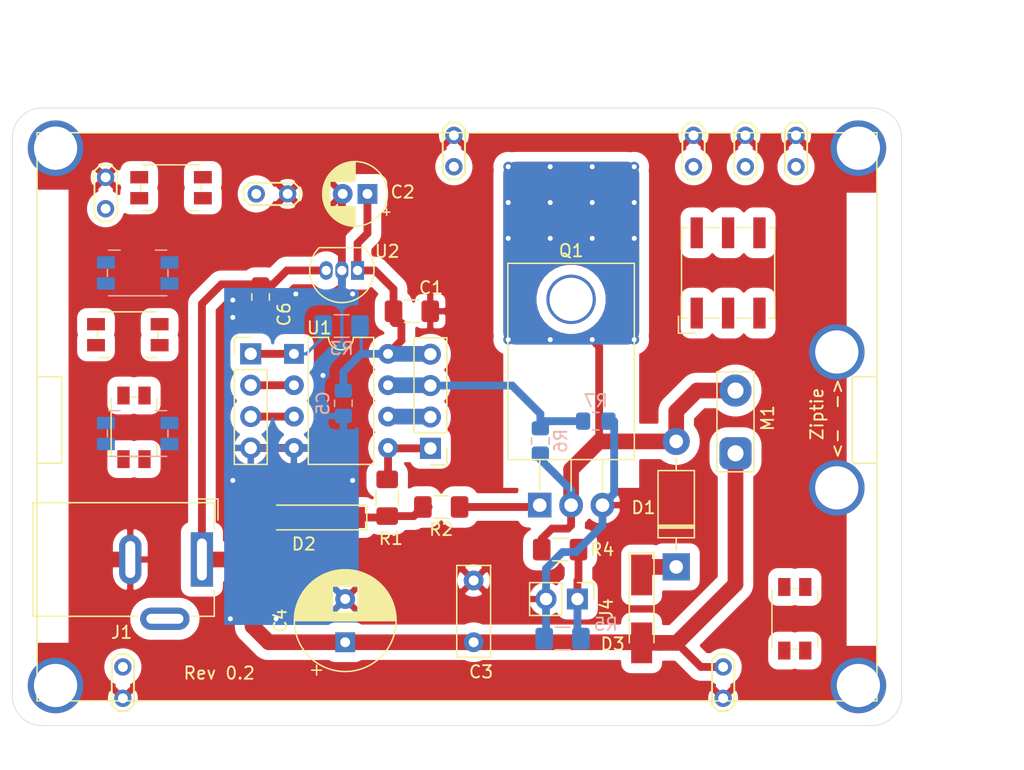
<source format=kicad_pcb>
(kicad_pcb (version 20171130) (host pcbnew 5.1.5+dfsg1-2build2)
  (layers (0 F.Cu signal) (31 B.Cu signal) (34 B.Paste user) (35 F.Paste user) (36 B.SilkS user) (37 F.SilkS user) (38 B.Mask user) (39 F.Mask user) (44 Edge.Cuts user))
  (net 0 "")
  (net 1 "Net-(C1-Pad1)")
  (net 2 +12V)
  (net 3 "Net-(D1-Pad2)")
  (net 4 "Net-(D2-Pad1)")
  (net 5 "Net-(Q1-Pad1)")
  (net 6 "Net-(J2-Pad3)")
  (net 7 "Net-(J2-Pad2)")
  (net 8 "Net-(J3-Pad3)")
  (net 9 "Net-(J3-Pad2)")
  (net 10 "Net-(J3-Pad1)")
  (net 11 "Net-(J2-Pad1)")
  (net 12 0)
  (net 13 "Net-(J4-Pad1)")
  (net 14 "Net-(D1-Pad1)")
  (module TestPoint:TestPoint_2Pads_Pitch2.54mm_Drill0.8mm (layer F.Cu) (at 167.8 125.5 270)
    (fp_text reference REF** hide)
    (fp_text value TP0)
    (pad 2 thru_hole circle (at 2.54 0 270) (size 1.4 1.4) (drill 0.8) (layers *.Cu *.Mask) (net 12 0))
    (pad 1 thru_hole circle (at 0 0 270) (size 1.4 1.4) (drill 0.8) (layers *.Cu *.Mask) (net 2 +12V))
  )
  (module Button_Switch_SMD:Panasonic_EVQPUK_EVQPUB (layer B.Cu) (at 120.4 106.6 180)
    (fp_text reference Reserved hide)
    (fp_text value Panasonic_EVQPUK_EVQPUB hide)
    (pad 1 smd rect (at 2.575 0.85) (size 1.45 1) (layers B.Cu B.Paste B.Mask))
    (pad 1 smd rect (at -2.575 0.85) (size 1.45 1) (layers B.Cu B.Paste B.Mask))
    (pad 2 smd rect (at -2.575 -0.85) (size 1.45 1) (layers B.Cu B.Paste B.Mask))
    (pad 2 smd rect (at 2.575 -0.85) (size 1.45 1) (layers B.Cu B.Paste B.Mask))
  )
  (module TestPoint:TestPoint_2Pads_Pitch2.54mm_Drill0.8mm (layer F.Cu) (at 119.2 125.5 270)
    (fp_text reference REF** hide)
    (fp_text value TP0)
    (pad 1 thru_hole circle (at 0 0 270) (size 1.4 1.4) (drill 0.8) (layers *.Cu *.Mask))
    (pad 2 thru_hole circle (at 2.54 0 270) (size 1.4 1.4) (drill 0.8) (layers *.Cu *.Mask) (net 12 0))
  )
  (module TestPoint:TestPoint_2Pads_Pitch2.54mm_Drill0.8mm (layer F.Cu) (at 165.4 85 90)
    (fp_text reference REF** hide)
    (fp_text value TP0)
    (pad 1 thru_hole circle (at 0 0 90) (size 1.4 1.4) (drill 0.8) (layers *.Cu *.Mask))
    (pad 2 thru_hole circle (at 2.54 0 90) (size 1.4 1.4) (drill 0.8) (layers *.Cu *.Mask) (net 12 0))
  )
  (module TestPoint:TestPoint_2Pads_Pitch2.54mm_Drill0.8mm (layer F.Cu) (at 169.6 85 90)
    (fp_text reference REF** hide)
    (fp_text value TP0)
    (pad 1 thru_hole circle (at 0 0 90) (size 1.4 1.4) (drill 0.8) (layers *.Cu *.Mask))
    (pad 2 thru_hole circle (at 2.54 0 90) (size 1.4 1.4) (drill 0.8) (layers *.Cu *.Mask) (net 12 0))
  )
  (module TestPoint:TestPoint_2Pads_Pitch2.54mm_Drill0.8mm (layer F.Cu) (at 173.7 85 90)
    (fp_text reference REF** hide)
    (fp_text value TP0)
    (pad 2 thru_hole circle (at 2.54 0 90) (size 1.4 1.4) (drill 0.8) (layers *.Cu *.Mask) (net 12 0))
    (pad 1 thru_hole circle (at 0 0 90) (size 1.4 1.4) (drill 0.8) (layers *.Cu *.Mask))
  )
  (module TestPoint:TestPoint_2Pads_Pitch2.54mm_Drill0.8mm (layer F.Cu) (at 146 85 90)
    (fp_text reference REF** hide)
    (fp_text value TP0)
    (pad 1 thru_hole circle (at 0 0 90) (size 1.4 1.4) (drill 0.8) (layers *.Cu *.Mask))
    (pad 2 thru_hole circle (at 2.54 0 90) (size 1.4 1.4) (drill 0.8) (layers *.Cu *.Mask) (net 12 0))
  )
  (module TestPoint:TestPoint_2Pads_Pitch2.54mm_Drill0.8mm (layer F.Cu) (at 117.8 88.4 90)
    (fp_text reference REF** hide)
    (fp_text value TP0)
    (pad 2 thru_hole circle (at 2.54 0 90) (size 1.4 1.4) (drill 0.8) (layers *.Cu *.Mask) (net 12 0))
    (pad 1 thru_hole circle (at 0 0 90) (size 1.4 1.4) (drill 0.8) (layers *.Cu *.Mask))
  )
  (module Capacitor_THT:CP_Radial_D8.0mm_P3.50mm (layer F.Cu) (at 137.2 123.5 90)
    (fp_text reference C4 (at 1.75 -5.25 90) (layer F.SilkS))
    (fp_text value 470u)
    (pad 2 thru_hole circle (at 3.5 0 90) (size 1.6 1.6) (drill 0.8) (layers *.Cu *.Mask) (net 12 0))
    (pad 1 thru_hole rect (at 0 0 90) (size 1.6 1.6) (drill 0.8) (layers *.Cu *.Mask) (net 2 +12V))
  )
  (module Resistor_SMD:R_0805_2012Metric_Pad1.15x1.40mm_HandSolder (layer B.Cu) (at 157.4875 105.6 180)
    (fp_text reference R7 (at 0 1.65) (layer B.SilkS) (effects (justify mirror)))
    (fp_text value 10k)
    (pad 2 smd roundrect (at 1.025 0 180) (size 1.15 1.4) (layers B.Cu B.Paste B.Mask) (roundrect_rratio 0.217391) (net 6 "Net-(J2-Pad3)"))
    (pad 1 smd roundrect (at -1.025 0 180) (size 1.15 1.4) (layers B.Cu B.Paste B.Mask) (roundrect_rratio 0.217391) (net 12 0))
  )
  (module Resistor_SMD:R_0805_2012Metric_Pad1.15x1.40mm_HandSolder (layer B.Cu) (at 153 107.2 90)
    (fp_text reference R6 (at 0 1.65 90) (layer B.SilkS) (effects (justify mirror)))
    (fp_text value 100k)
    (pad 2 smd roundrect (at 1.025 0 90) (size 1.15 1.4) (layers B.Cu B.Paste B.Mask) (roundrect_rratio 0.217391) (net 6 "Net-(J2-Pad3)"))
    (pad 1 smd roundrect (at -1.025 0 90) (size 1.15 1.4) (layers B.Cu B.Paste B.Mask) (roundrect_rratio 0.217391) (net 3 "Net-(D1-Pad2)"))
  )
  (module Button_Switch_SMD:Panasonic_EVQPUK_EVQPUB (layer B.Cu) (at 120.4 93.6 180)
    (fp_text reference Reserved hide)
    (fp_text value Panasonic_EVQPUK_EVQPUB hide)
    (pad 2 smd rect (at 2.575 -0.85) (size 1.45 1) (layers B.Cu B.Paste B.Mask))
    (pad 2 smd rect (at -2.575 -0.85) (size 1.45 1) (layers B.Cu B.Paste B.Mask))
    (pad 1 smd rect (at -2.575 0.85) (size 1.45 1) (layers B.Cu B.Paste B.Mask))
    (pad 1 smd rect (at 2.575 0.85) (size 1.45 1) (layers B.Cu B.Paste B.Mask))
  )
  (module Diode_SMD:D_MiniMELF_Handsoldering (layer F.Cu) (at 161.2 120.8 270)
    (fp_text reference D3 (at 2.85 2.35 180) (layer F.SilkS))
    (fp_text value "5.6V or Wire")
    (pad 2 smd rect (at 2.75 0 270) (size 3.3 1.7) (layers F.Cu F.Paste F.Mask) (net 2 +12V))
    (pad 1 smd rect (at -2.75 0 270) (size 3.3 1.7) (layers F.Cu F.Paste F.Mask) (net 14 "Net-(D1-Pad1)"))
  )
  (module Diode_SMD:D_MiniMELF_Handsoldering (layer F.Cu) (at 134.4 113.4 180)
    (fp_text reference D2 (at 0.55 -2.15) (layer F.SilkS))
    (fp_text value 5.6V)
    (pad 2 smd rect (at 2.75 0 180) (size 3.3 1.7) (layers F.Cu F.Paste F.Mask) (net 12 0))
    (pad 1 smd rect (at -2.75 0 180) (size 3.3 1.7) (layers F.Cu F.Paste F.Mask) (net 4 "Net-(D2-Pad1)"))
  )
  (module Connector_PinHeader_2.54mm:PinHeader_1x02_P2.54mm_Vertical (layer F.Cu) (at 156 120 270)
    (fp_text reference J4 (at 0.8 -2.35 90) (layer F.SilkS))
    (fp_text value Conn_01x02_Female hide)
    (pad 2 thru_hole oval (at 0 2.54 270) (size 1.7 1.7) (drill 1) (layers *.Cu *.Mask) (net 12 0))
    (pad 1 thru_hole rect (at 0 0 270) (size 1.7 1.7) (drill 1) (layers *.Cu *.Mask) (net 13 "Net-(J4-Pad1)"))
  )
  (module Resistor_SMD:R_1206_3216Metric_Pad1.42x1.75mm_HandSolder (layer B.Cu) (at 154.8 123.2)
    (fp_text reference R5 (at 3.5 -1.15) (layer B.SilkS) (effects (justify mirror)))
    (fp_text value 10k)
    (pad 2 smd roundrect (at 1.4875 0) (size 1.425 1.75) (layers B.Cu B.Paste B.Mask) (roundrect_rratio 0.175439) (net 13 "Net-(J4-Pad1)"))
    (pad 1 smd roundrect (at -1.4875 0) (size 1.425 1.75) (layers B.Cu B.Paste B.Mask) (roundrect_rratio 0.175439) (net 12 0))
  )
  (module Resistor_SMD:R_1206_3216Metric_Pad1.42x1.75mm_HandSolder (layer F.Cu) (at 154.6 116 180)
    (fp_text reference R4 (at -3.4 0) (layer F.SilkS))
    (fp_text value 10k)
    (pad 2 smd roundrect (at 1.4875 0 180) (size 1.425 1.75) (layers F.Cu F.Paste F.Mask) (roundrect_rratio 0.175439) (net 3 "Net-(D1-Pad2)"))
    (pad 1 smd roundrect (at -1.4875 0 180) (size 1.425 1.75) (layers F.Cu F.Paste F.Mask) (roundrect_rratio 0.175439) (net 13 "Net-(J4-Pad1)"))
  )
  (module Button_Switch_SMD:Panasonic_EVQPUK_EVQPUB (layer F.Cu) (at 123.1 86.7 180)
    (fp_text reference Reserved hide)
    (fp_text value Panasonic_EVQPUK_EVQPUB hide)
    (pad 1 smd rect (at 2.575 -0.85) (size 1.45 1) (layers F.Cu F.Paste F.Mask))
    (pad 1 smd rect (at -2.575 -0.85) (size 1.45 1) (layers F.Cu F.Paste F.Mask))
    (pad 2 smd rect (at -2.575 0.85) (size 1.45 1) (layers F.Cu F.Paste F.Mask))
    (pad 2 smd rect (at 2.575 0.85) (size 1.45 1) (layers F.Cu F.Paste F.Mask))
  )
  (module TestPoint:TestPoint_2Pads_Pitch2.54mm_Drill0.8mm (layer F.Cu) (at 130 87.2)
    (fp_text reference REF** hide)
    (fp_text value TP0)
    (pad 1 thru_hole circle (at 0 0) (size 1.4 1.4) (drill 0.8) (layers *.Cu *.Mask))
    (pad 2 thru_hole circle (at 2.54 0) (size 1.4 1.4) (drill 0.8) (layers *.Cu *.Mask) (net 12 0))
  )
  (module Connector_BarrelJack:BarrelJack_Wuerth_6941xx301002 (layer F.Cu) (at 125.6 116.8 270)
    (fp_text reference J1 (at 5.9 6.5 180) (layer F.SilkS))
    (fp_text value Conn_01x02_Female)
    (pad 1 thru_hole rect (at 0 0 270) (size 4.4 1.8) (drill oval 3.4 0.8) (layers *.Cu *.Mask) (net 2 +12V))
    (pad 2 thru_hole oval (at 0 5.8 270) (size 4 1.8) (drill oval 3 0.8) (layers *.Cu *.Mask) (net 12 0))
    (pad 3 thru_hole oval (at 4.8 3) (size 4 1.8) (drill oval 3 0.8) (layers *.Cu *.Mask))
  )
  (module TestPoint:TestPoint_2Pads_Pitch5.08mm_Drill1.3mm (layer F.Cu) (at 168.8 108.2 90)
    (fp_text reference M1 (at 2.85 2.6 90) (layer F.SilkS))
    (fp_text value Motor_DC)
    (pad 2 thru_hole circle (at 5.08 0 90) (size 2.6 2.6) (drill 1.3) (layers *.Cu *.Mask) (net 3 "Net-(D1-Pad2)"))
    (pad 1 thru_hole roundrect (at 0 0 90) (size 2.6 2.6) (drill 1.3) (layers *.Cu *.Mask) (net 2 +12V))
  )
  (module Button_Switch_SMD:Panasonic_EVQPUK_EVQPUB (layer F.Cu) (at 119.6 98.6 180)
    (fp_text reference Reserved hide)
    (fp_text value Panasonic_EVQPUK_EVQPUB hide)
    (pad 2 smd rect (at 2.575 0.85) (size 1.45 1) (layers F.Cu F.Paste F.Mask))
    (pad 2 smd rect (at -2.575 0.85) (size 1.45 1) (layers F.Cu F.Paste F.Mask))
    (pad 1 smd rect (at -2.575 -0.85) (size 1.45 1) (layers F.Cu F.Paste F.Mask))
    (pad 1 smd rect (at 2.575 -0.85) (size 1.45 1) (layers F.Cu F.Paste F.Mask))
  )
  (module Button_Switch_SMD:Panasonic_EVQPUK_EVQPUB (layer F.Cu) (at 120.1 106.1 270)
    (fp_text reference Reserved hide)
    (fp_text value Panasonic_EVQPUK_EVQPUB hide)
    (pad 2 smd rect (at 2.575 0.85 90) (size 1.45 1) (layers F.Cu F.Paste F.Mask))
    (pad 2 smd rect (at -2.575 0.85 90) (size 1.45 1) (layers F.Cu F.Paste F.Mask))
    (pad 1 smd rect (at -2.575 -0.85 90) (size 1.45 1) (layers F.Cu F.Paste F.Mask))
    (pad 1 smd rect (at 2.575 -0.85 90) (size 1.45 1) (layers F.Cu F.Paste F.Mask))
  )
  (module Resistor_SMD:R_1206_3216Metric_Pad1.42x1.75mm_HandSolder (layer B.Cu) (at 136.9125 97.9)
    (fp_text reference R3 (at 0 1.82) (layer B.SilkS) (effects (justify mirror)))
    (fp_text value 22k)
    (pad 2 smd roundrect (at 1.4875 0) (size 1.425 1.75) (layers B.Cu B.Paste B.Mask) (roundrect_rratio 0.175439) (net 1 "Net-(C1-Pad1)"))
    (pad 1 smd roundrect (at -1.4875 0) (size 1.425 1.75) (layers B.Cu B.Paste B.Mask) (roundrect_rratio 0.175439) (net 10 "Net-(J3-Pad1)"))
  )
  (module Button_Switch_SMD:Panasonic_EVQPUK_EVQPUB (layer F.Cu) (at 173.6 121.6 270)
    (fp_text reference Reserved hide)
    (fp_text value Panasonic_EVQPUK_EVQPUB hide)
    (pad 1 smd rect (at 2.575 -0.85 90) (size 1.45 1) (layers F.Cu F.Paste F.Mask))
    (pad 1 smd rect (at -2.575 -0.85 90) (size 1.45 1) (layers F.Cu F.Paste F.Mask))
    (pad 2 smd rect (at -2.575 0.85 90) (size 1.45 1) (layers F.Cu F.Paste F.Mask))
    (pad 2 smd rect (at 2.575 0.85 90) (size 1.45 1) (layers F.Cu F.Paste F.Mask))
  )
  (module Button_Switch_SMD:Nidec_Copal_SH-7010A (layer F.Cu) (at 168.2 93.6 90)
    (fp_text reference Reserved hide)
    (fp_text value Nidec_Copal_SH-7010A hide)
    (pad 1 smd rect (at -3.25 -2.54 90) (size 2.5 1) (layers F.Cu F.Paste F.Mask))
    (pad 8 smd rect (at 3.25 -2.54 90) (size 2.5 1) (layers F.Cu F.Paste F.Mask))
    (pad C smd rect (at -3.25 0 90) (size 2.5 1) (layers F.Cu F.Paste F.Mask))
    (pad C smd rect (at 3.25 0 90) (size 2.5 1) (layers F.Cu F.Paste F.Mask))
    (pad 4 smd rect (at -3.25 2.54 90) (size 2.5 1) (layers F.Cu F.Paste F.Mask))
    (pad 2 smd rect (at 3.25 2.54 90) (size 2.5 1) (layers F.Cu F.Paste F.Mask))
  )
  (module Resistor_SMD:R_1206_3216Metric_Pad1.42x1.75mm_HandSolder (layer F.Cu) (at 144.975 112.55 180)
    (fp_text reference R2 (at 0 -1.82) (layer F.SilkS))
    (fp_text value 33R)
    (pad 2 smd roundrect (at 1.4875 0 180) (size 1.425 1.75) (layers F.Cu F.Paste F.Mask) (roundrect_rratio 0.175439) (net 4 "Net-(D2-Pad1)"))
    (pad 1 smd roundrect (at -1.4875 0 180) (size 1.425 1.75) (layers F.Cu F.Paste F.Mask) (roundrect_rratio 0.175439) (net 5 "Net-(Q1-Pad1)"))
  )
  (module Resistor_SMD:R_1206_3216Metric_Pad1.42x1.75mm_HandSolder (layer F.Cu) (at 140.6 111.8 90)
    (fp_text reference R1 (at -3.3 0.3 180) (layer F.SilkS))
    (fp_text value 10R)
    (pad 2 smd roundrect (at 1.4875 0 90) (size 1.425 1.75) (layers F.Cu F.Paste F.Mask) (roundrect_rratio 0.175439) (net 11 "Net-(J2-Pad1)"))
    (pad 1 smd roundrect (at -1.4875 0 90) (size 1.425 1.75) (layers F.Cu F.Paste F.Mask) (roundrect_rratio 0.175439) (net 4 "Net-(D2-Pad1)"))
  )
  (module Capacitor_SMD:C_1206_3216Metric_Pad1.42x1.75mm_HandSolder (layer F.Cu) (at 142.6 96.7)
    (fp_text reference C1 (at 1.55 -1.9) (layer F.SilkS))
    (fp_text value 100n)
    (pad 2 smd roundrect (at 1.4875 0) (size 1.425 1.75) (layers F.Cu F.Paste F.Mask) (roundrect_rratio 0.175439) (net 12 0))
    (pad 1 smd roundrect (at -1.4875 0) (size 1.425 1.75) (layers F.Cu F.Paste F.Mask) (roundrect_rratio 0.175439) (net 1 "Net-(C1-Pad1)"))
  )
  (module Capacitor_SMD:C_0805_2012Metric_Pad1.15x1.40mm_HandSolder (layer F.Cu) (at 130.35 95.55 270)
    (fp_text reference C6 (at 1.4 -1.9 90) (layer F.SilkS))
    (fp_text value 10n)
    (pad 2 smd roundrect (at 1.025 0 270) (size 1.15 1.4) (layers F.Cu F.Paste F.Mask) (roundrect_rratio 0.217391) (net 12 0))
    (pad 1 smd roundrect (at -1.025 0 270) (size 1.15 1.4) (layers F.Cu F.Paste F.Mask) (roundrect_rratio 0.217391) (net 2 +12V))
  )
  (module Capacitor_THT:CP_Radial_D5.0mm_P2.00mm (layer F.Cu) (at 139 87.2 180)
    (fp_text reference C2 (at -2.85 0.15) (layer F.SilkS))
    (fp_text value 10u)
    (pad 2 thru_hole circle (at 2 0 180) (size 1.6 1.6) (drill 0.8) (layers *.Cu *.Mask) (net 12 0))
    (pad 1 thru_hole rect (at 0 0 180) (size 1.6 1.6) (drill 0.8) (layers *.Cu *.Mask) (net 1 "Net-(C1-Pad1)"))
  )
  (module Capacitor_SMD:C_0805_2012Metric_Pad1.15x1.40mm_HandSolder (layer B.Cu) (at 137.05 104.15 270)
    (fp_text reference C5 (at 0 1.65 90) (layer B.SilkS) (effects (justify mirror)))
    (fp_text value 10n)
    (pad 2 smd roundrect (at 1.025 0 270) (size 1.15 1.4) (layers B.Cu B.Paste B.Mask) (roundrect_rratio 0.217391) (net 12 0))
    (pad 1 smd roundrect (at -1.025 0 270) (size 1.15 1.4) (layers B.Cu B.Paste B.Mask) (roundrect_rratio 0.217391) (net 1 "Net-(C1-Pad1)"))
  )
  (module Connector_PinHeader_2.54mm:PinHeader_1x04_P2.54mm_Vertical (layer F.Cu) (at 144.1 107.8 180)
    (fp_text reference J2 hide)
    (fp_text value AttinyPins2 hide)
    (pad 4 thru_hole oval (at 0 7.62 180) (size 1.7 1.7) (drill 1) (layers *.Cu *.Mask) (net 1 "Net-(C1-Pad1)"))
    (pad 3 thru_hole oval (at 0 5.08 180) (size 1.7 1.7) (drill 1) (layers *.Cu *.Mask) (net 6 "Net-(J2-Pad3)"))
    (pad 2 thru_hole oval (at 0 2.54 180) (size 1.7 1.7) (drill 1) (layers *.Cu *.Mask) (net 7 "Net-(J2-Pad2)"))
    (pad 1 thru_hole rect (at 0 0 180) (size 1.7 1.7) (drill 1) (layers *.Cu *.Mask) (net 11 "Net-(J2-Pad1)"))
  )
  (module Connector_PinHeader_2.54mm:PinHeader_1x04_P2.54mm_Vertical (layer F.Cu) (at 129.55 100.15)
    (fp_text reference J3 hide)
    (fp_text value AttinyPins1 hide)
    (pad 4 thru_hole oval (at 0 7.62) (size 1.7 1.7) (drill 1) (layers *.Cu *.Mask) (net 12 0))
    (pad 3 thru_hole oval (at 0 5.08) (size 1.7 1.7) (drill 1) (layers *.Cu *.Mask) (net 8 "Net-(J3-Pad3)"))
    (pad 2 thru_hole oval (at 0 2.54) (size 1.7 1.7) (drill 1) (layers *.Cu *.Mask) (net 9 "Net-(J3-Pad2)"))
    (pad 1 thru_hole rect (at 0 0) (size 1.7 1.7) (drill 1) (layers *.Cu *.Mask) (net 10 "Net-(J3-Pad1)"))
  )
  (module Package_TO_SOT_THT:TO-220-3_Horizontal_TabDown (layer F.Cu) (at 152.95 112.4)
    (fp_text reference Q1 (at 2.55 -20.6) (layer F.SilkS))
    (fp_text value "IRLZ34N or RFP14N05")
    (pad "" thru_hole circle (at 2.54 -16.66) (size 4 4) (drill 3.5) (layers *.Cu *.Mask))
    (pad 1 thru_hole rect (at 0 0) (size 1.905 2) (drill 1.1) (layers *.Cu *.Mask) (net 5 "Net-(Q1-Pad1)"))
    (pad 2 thru_hole oval (at 2.54 0) (size 1.905 2) (drill 1.1) (layers *.Cu *.Mask) (net 3 "Net-(D1-Pad2)"))
    (pad 3 thru_hole oval (at 5.08 0) (size 1.905 2) (drill 1.1) (layers *.Cu *.Mask) (net 12 0))
  )
  (module Package_TO_SOT_THT:TO-92_Inline (layer F.Cu) (at 138.2 93.4 180)
    (fp_text reference U2 (at -2.4 1.55) (layer F.SilkS))
    (fp_text value LP2950-5.0)
    (pad 1 thru_hole rect (at 0 0 180) (size 1.05 1.5) (drill 0.75) (layers *.Cu *.Mask) (net 1 "Net-(C1-Pad1)"))
    (pad 3 thru_hole oval (at 2.54 0 180) (size 1.05 1.5) (drill 0.75) (layers *.Cu *.Mask) (net 2 +12V))
    (pad 2 thru_hole oval (at 1.27 0 180) (size 1.05 1.5) (drill 0.75) (layers *.Cu *.Mask) (net 12 0))
  )
  (module Package_DIP:DIP-8_W7.62mm (layer F.Cu) (at 133.05 100.15)
    (fp_text reference U1 (at 2.05 -2.1) (layer F.SilkS))
    (fp_text value ATtiny25-20PU)
    (pad 8 thru_hole oval (at 7.62 0) (size 1.6 1.6) (drill 0.8) (layers *.Cu *.Mask) (net 1 "Net-(C1-Pad1)"))
    (pad 4 thru_hole oval (at 0 7.62) (size 1.6 1.6) (drill 0.8) (layers *.Cu *.Mask) (net 12 0))
    (pad 7 thru_hole oval (at 7.62 2.54) (size 1.6 1.6) (drill 0.8) (layers *.Cu *.Mask) (net 6 "Net-(J2-Pad3)"))
    (pad 3 thru_hole oval (at 0 5.08) (size 1.6 1.6) (drill 0.8) (layers *.Cu *.Mask) (net 8 "Net-(J3-Pad3)"))
    (pad 6 thru_hole oval (at 7.62 5.08) (size 1.6 1.6) (drill 0.8) (layers *.Cu *.Mask) (net 7 "Net-(J2-Pad2)"))
    (pad 2 thru_hole oval (at 0 2.54) (size 1.6 1.6) (drill 0.8) (layers *.Cu *.Mask) (net 9 "Net-(J3-Pad2)"))
    (pad 5 thru_hole oval (at 7.62 7.62) (size 1.6 1.6) (drill 0.8) (layers *.Cu *.Mask) (net 11 "Net-(J2-Pad1)"))
    (pad 1 thru_hole rect (at 0 0) (size 1.6 1.6) (drill 0.8) (layers *.Cu *.Mask) (net 10 "Net-(J3-Pad1)"))
  )
  (module Diode_THT:D_DO-41_SOD81_P10.16mm_Horizontal (layer F.Cu) (at 164 117.4 90)
    (fp_text reference D1 (at 4.8 -2.65 180) (layer F.SilkS))
    (fp_text value 1N4004)
    (pad 2 thru_hole oval (at 10.16 0 90) (size 2.2 2.2) (drill 1.1) (layers *.Cu *.Mask) (net 3 "Net-(D1-Pad2)"))
    (pad 1 thru_hole rect (at 0 0 90) (size 2.2 2.2) (drill 1.1) (layers *.Cu *.Mask) (net 14 "Net-(D1-Pad1)"))
  )
  (module Capacitor_THT:C_Rect_L7.2mm_W2.5mm_P5.00mm_FKS2_FKP2_MKS2_MKP2 (layer F.Cu) (at 147.6 123.5 90)
    (fp_text reference C3 (at -2.4 0.6 180) (layer F.SilkS))
    (fp_text value "100n Foil")
    (pad 2 thru_hole circle (at 5 0 90) (size 1.6 1.6) (drill 0.8) (layers *.Cu *.Mask) (net 12 0))
    (pad 1 thru_hole circle (at 0 0 90) (size 1.6 1.6) (drill 0.8) (layers *.Cu *.Mask) (net 2 +12V))
  )
  (gr_arc (start 112.663 127.837) (end 110.25 127.837) (angle -90) (layer Edge.Cuts) (width 0.05))
  (gr_arc (start 112.663 82.663) (end 112.663 80.25) (angle -90) (layer Edge.Cuts) (width 0.05))
  (gr_arc (start 179.837 127.837) (end 179.837 130.25) (angle -90) (layer Edge.Cuts) (width 0.05))
  (gr_arc (start 179.837 82.663) (end 182.25 82.663) (angle -90) (layer Edge.Cuts) (width 0.05))
  (gr_line (start 182.25 82.663) (end 182.25 127.837) (layer Edge.Cuts) (width 0.05))
  (gr_text " Ziptie\n<-  ->" (at 176.2 105.4 90) (layer F.SilkS) (effects (font (size 1 1))))
  (gr_text "Rev 0.2" (at 127 126) (layer F.SilkS) (effects (font (size 1 1))))
  (gr_line (start 178.25 102) (end 180.25 102) (layer F.SilkS) (width 0.12))
  (gr_line (start 180.25 109) (end 178.25 109) (layer F.SilkS) (width 0.12))
  (gr_line (start 178.25 109) (end 178.25 102) (layer F.SilkS) (width 0.12))
  (gr_line (start 114.25 109) (end 112.25 109) (layer F.SilkS) (width 0.12))
  (gr_line (start 114.25 102) (end 114.25 109) (layer F.SilkS) (width 0.12))
  (gr_line (start 112.25 102) (end 114.25 102) (layer F.SilkS) (width 0.12))
  (gr_line (start 112.25 128.25) (end 112.25 82.25) (layer F.SilkS) (width 0.12))
  (gr_line (start 180.25 128.25) (end 112.25 128.25) (layer F.SilkS) (width 0.12))
  (gr_line (start 180.25 82.25) (end 180.25 128.25) (layer F.SilkS) (width 0.12))
  (gr_line (start 112.25 82.25) (end 180.25 82.25) (layer F.SilkS) (width 0.12))
  (gr_line (start 110.25 127.837) (end 110.25 82.663) (layer Edge.Cuts) (width 0.05))
  (gr_line (start 179.837 130.25) (end 112.663 130.25) (layer Edge.Cuts) (width 0.05))
  (gr_line (start 112.663 80.25) (end 179.84 80.25) (layer Edge.Cuts) (width 0.05))
  (segment (start 140.67 100.15) (end 140.025 100.15) (width 0.635) (layer B.Cu) (net 1))
  (segment (start 140.67 100.15) (end 138.5 100.15) (width 0.635) (layer B.Cu) (net 1))
  (segment (start 137.05 101.6) (end 137.05 103.125) (width 0.635) (layer B.Cu) (net 1))
  (segment (start 138.5 100.15) (end 137.05 101.6) (width 0.635) (layer B.Cu) (net 1))
  (segment (start 144.07 100.15) (end 144.1 100.18) (width 1.27) (layer B.Cu) (net 1))
  (segment (start 140.67 100.15) (end 144.07 100.15) (width 1.27) (layer B.Cu) (net 1))
  (segment (start 141.1125 97.575) (end 141.1125 96.7) (width 0.635) (layer F.Cu) (net 1))
  (segment (start 141.1875 97.65) (end 141.1125 97.575) (width 0.635) (layer F.Cu) (net 1))
  (segment (start 141.75 97.65) (end 141.1875 97.65) (width 0.635) (layer F.Cu) (net 1))
  (segment (start 141.75 99.07) (end 141.75 97.65) (width 0.635) (layer F.Cu) (net 1))
  (segment (start 140.67 100.15) (end 141.75 99.07) (width 0.635) (layer F.Cu) (net 1))
  (segment (start 138.4 98.775) (end 138.5 98.875) (width 0.25) (layer B.Cu) (net 1))
  (segment (start 138.5 98.875) (end 138.5 100.15) (width 0.25) (layer B.Cu) (net 1))
  (segment (start 138.4 97.9) (end 138.4 98.775) (width 0.25) (layer B.Cu) (net 1))
  (segment (start 141.1125 96.7) (end 141.1125 94.9125) (width 0.635) (layer F.Cu) (net 1))
  (segment (start 139.6 93.4) (end 138.2 93.4) (width 0.635) (layer F.Cu) (net 1))
  (segment (start 141.1125 94.9125) (end 139.6 93.4) (width 0.635) (layer F.Cu) (net 1))
  (segment (start 138.2 93.4) (end 138.2 91.2) (width 0.635) (layer F.Cu) (net 1))
  (segment (start 139 90.4) (end 139 87.2) (width 0.635) (layer F.Cu) (net 1))
  (segment (start 138.2 91.2) (end 139 90.4) (width 0.635) (layer F.Cu) (net 1))
  (segment (start 127.77 116.8) (end 125.6 116.8) (width 1.27) (layer F.Cu) (net 2))
  (segment (start 129.7 118.73) (end 127.77 116.8) (width 1.27) (layer F.Cu) (net 2))
  (segment (start 131 123.5) (end 129.7 122.2) (width 1.27) (layer F.Cu) (net 2))
  (segment (start 129.7 122.2) (end 129.7 118.73) (width 1.27) (layer F.Cu) (net 2))
  (segment (start 137.2 123.5) (end 131 123.5) (width 1.27) (layer F.Cu) (net 2))
  (segment (start 125.6 97) (end 125.6 116.8) (width 0.635) (layer F.Cu) (net 2))
  (segment (start 131.35 94.525) (end 127.175 94.525) (width 0.635) (layer F.Cu) (net 2))
  (segment (start 125.6 96.1) (end 125.6 97) (width 0.635) (layer F.Cu) (net 2))
  (segment (start 127.175 94.525) (end 125.6 96.1) (width 0.635) (layer F.Cu) (net 2))
  (segment (start 132.475 93.4) (end 131.35 94.525) (width 0.635) (layer F.Cu) (net 2))
  (segment (start 135.66 93.4) (end 132.475 93.4) (width 0.635) (layer F.Cu) (net 2))
  (segment (start 137.2 123.5) (end 147.6 123.5) (width 1.27) (layer F.Cu) (net 2))
  (segment (start 161.15 123.5) (end 161.2 123.55) (width 1.27) (layer F.Cu) (net 2))
  (segment (start 147.6 123.5) (end 161.15 123.5) (width 1.27) (layer F.Cu) (net 2))
  (segment (start 162.72 123.55) (end 161.2 123.55) (width 1.27) (layer F.Cu) (net 2))
  (segment (start 164.05 123.55) (end 162.72 123.55) (width 1.27) (layer F.Cu) (net 2))
  (segment (start 168.8 118.8) (end 164.05 123.55) (width 1.27) (layer F.Cu) (net 2))
  (segment (start 168.8 108.2) (end 168.8 118.8) (width 1.27) (layer F.Cu) (net 2))
  (segment (start 166 125.5) (end 164.05 123.55) (width 0.635) (layer F.Cu) (net 2))
  (segment (start 167.8 125.5) (end 166 125.5) (width 0.635) (layer F.Cu) (net 2))
  (segment (start 155.49 111.1775) (end 155.49 112.4) (width 0.635) (layer B.Cu) (net 3))
  (segment (start 153 108.6875) (end 155.49 111.1775) (width 0.635) (layer B.Cu) (net 3))
  (via (at 150.4 99) (size 0.8) (drill 0.4) (layers F.Cu B.Cu) (net 3))
  (via (at 160.6 99) (size 0.8) (drill 0.4) (layers F.Cu B.Cu) (net 3))
  (via (at 153.8 99) (size 0.8) (drill 0.4) (layers F.Cu B.Cu) (net 3))
  (via (at 157.2 99) (size 0.8) (drill 0.4) (layers F.Cu B.Cu) (net 3))
  (via (at 160.6 90.8) (size 0.8) (drill 0.4) (layers F.Cu B.Cu) (net 3))
  (via (at 153.8 90.8) (size 0.8) (drill 0.4) (layers F.Cu B.Cu) (net 3))
  (via (at 157.2 90.8) (size 0.8) (drill 0.4) (layers F.Cu B.Cu) (net 3))
  (via (at 150.4 90.8) (size 0.8) (drill 0.4) (layers F.Cu B.Cu) (net 3))
  (via (at 153.8 87.9) (size 0.8) (drill 0.4) (layers F.Cu B.Cu) (net 3))
  (via (at 153.8 85) (size 0.8) (drill 0.4) (layers F.Cu B.Cu) (net 3))
  (via (at 157.2 87.9) (size 0.8) (drill 0.4) (layers F.Cu B.Cu) (net 3))
  (via (at 157.2 85) (size 0.8) (drill 0.4) (layers F.Cu B.Cu) (net 3))
  (via (at 160.6 85) (size 0.8) (drill 0.4) (layers F.Cu B.Cu) (net 3))
  (via (at 150.4 87.9) (size 0.8) (drill 0.4) (layers F.Cu B.Cu) (net 3))
  (via (at 160.6 87.9) (size 0.8) (drill 0.4) (layers F.Cu B.Cu) (net 3))
  (via (at 150.4 85) (size 0.8) (drill 0.4) (layers F.Cu B.Cu) (net 3))
  (segment (start 164 107.24) (end 164 106.72) (width 1.27) (layer F.Cu) (net 3))
  (segment (start 157.76 107.24) (end 164 107.24) (width 1.27) (layer F.Cu) (net 3))
  (segment (start 155.49 109.51) (end 157.76 107.24) (width 1.27) (layer F.Cu) (net 3))
  (segment (start 155.49 112.4) (end 155.49 109.51) (width 1.27) (layer F.Cu) (net 3))
  (segment (start 168.6 103.12) (end 168.12 103.12) (width 1.27) (layer F.Cu) (net 3))
  (segment (start 164 107.24) (end 164 104.8) (width 1.27) (layer F.Cu) (net 3))
  (segment (start 165.68 103.12) (end 168.8 103.12) (width 1.27) (layer F.Cu) (net 3))
  (segment (start 164 104.8) (end 165.68 103.12) (width 1.27) (layer F.Cu) (net 3))
  (segment (start 155.49 114.035) (end 155.225 114.3) (width 0.635) (layer F.Cu) (net 3))
  (segment (start 155.49 112.4) (end 155.49 114.035) (width 0.635) (layer F.Cu) (net 3))
  (segment (start 153.1125 115.125) (end 153.1125 116) (width 0.635) (layer F.Cu) (net 3))
  (segment (start 153.9375 114.3) (end 153.1125 115.125) (width 0.635) (layer F.Cu) (net 3))
  (segment (start 155.225 114.3) (end 153.9375 114.3) (width 0.635) (layer F.Cu) (net 3))
  (segment (start 157.76 99.56) (end 157.2 99) (width 0.635) (layer F.Cu) (net 3))
  (segment (start 157.76 107.24) (end 157.76 99.56) (width 0.635) (layer F.Cu) (net 3))
  (segment (start 143.925 112.575) (end 143.95 112.55) (width 0.635) (layer F.Cu) (net 4))
  (segment (start 142.75 113.2875) (end 143.4875 112.55) (width 0.635) (layer F.Cu) (net 4))
  (segment (start 140.6 113.2875) (end 142.75 113.2875) (width 0.635) (layer F.Cu) (net 4))
  (segment (start 140.4875 113.4) (end 140.6 113.2875) (width 0.635) (layer F.Cu) (net 4))
  (segment (start 137.15 113.4) (end 140.4875 113.4) (width 0.635) (layer F.Cu) (net 4))
  (segment (start 152.8 112.55) (end 152.95 112.4) (width 0.635) (layer F.Cu) (net 5))
  (segment (start 146.4625 112.55) (end 152.8 112.55) (width 0.635) (layer F.Cu) (net 5))
  (segment (start 144.07 102.69) (end 144.1 102.72) (width 1.27) (layer B.Cu) (net 6))
  (segment (start 140.67 102.69) (end 144.07 102.69) (width 1.27) (layer B.Cu) (net 6))
  (segment (start 153.1125 105.6) (end 153 105.7125) (width 0.635) (layer B.Cu) (net 6))
  (segment (start 156 105.6) (end 153.1125 105.6) (width 0.635) (layer B.Cu) (net 6))
  (segment (start 153 105) (end 153 105.7125) (width 0.635) (layer B.Cu) (net 6))
  (segment (start 150.72 102.72) (end 153 105) (width 0.635) (layer B.Cu) (net 6))
  (segment (start 144.1 102.72) (end 150.72 102.72) (width 0.635) (layer B.Cu) (net 6))
  (segment (start 144.07 105.23) (end 144.1 105.26) (width 1.27) (layer B.Cu) (net 7))
  (segment (start 140.67 105.23) (end 144.07 105.23) (width 1.27) (layer B.Cu) (net 7))
  (segment (start 129.55 105.23) (end 133.05 105.23) (width 0.635) (layer F.Cu) (net 8))
  (segment (start 129.55 102.69) (end 133.05 102.69) (width 0.635) (layer F.Cu) (net 9))
  (segment (start 129.55 100.15) (end 133.05 100.15) (width 0.635) (layer F.Cu) (net 10))
  (segment (start 134.05 100.15) (end 133.05 100.15) (width 0.25) (layer B.Cu) (net 10))
  (segment (start 135.425 98.775) (end 134.05 100.15) (width 0.25) (layer B.Cu) (net 10))
  (segment (start 135.425 97.9) (end 135.425 98.775) (width 0.25) (layer B.Cu) (net 10))
  (segment (start 140.67 110.455) (end 140.6 110.525) (width 0.635) (layer F.Cu) (net 11))
  (segment (start 140.6 107.84) (end 140.67 107.77) (width 0.635) (layer F.Cu) (net 11))
  (segment (start 144.07 107.77) (end 144.1 107.8) (width 1.27) (layer B.Cu) (net 11))
  (segment (start 140.7 107.8) (end 140.67 107.77) (width 0.635) (layer F.Cu) (net 11))
  (segment (start 144.1 107.8) (end 140.7 107.8) (width 0.635) (layer F.Cu) (net 11))
  (segment (start 140.67 110.2425) (end 140.6 110.3125) (width 0.635) (layer F.Cu) (net 11))
  (segment (start 140.67 107.77) (end 140.67 110.2425) (width 0.635) (layer F.Cu) (net 11))
  (via (at 177 111) (size 4.5) (drill 3.5) (layers F.Cu B.Cu) (net 12))
  (via (at 177 100) (size 4.5) (drill 3.5) (layers F.Cu B.Cu) (net 12))
  (via (at 128.1 110.4) (size 0.8) (drill 0.4) (layers F.Cu B.Cu) (net 12))
  (via (at 131.6 121.6) (size 0.8) (drill 0.4) (layers F.Cu B.Cu) (net 12))
  (via (at 127.9 121.6) (size 0.8) (drill 0.4) (layers F.Cu B.Cu) (net 12))
  (via (at 135.4 101.9) (size 0.8) (drill 0.4) (layers F.Cu B.Cu) (net 12))
  (via (at 128.1 97.2) (size 0.8) (drill 0.4) (layers F.Cu B.Cu) (net 12))
  (via (at 137.8 95.3) (size 0.8) (drill 0.4) (layers F.Cu B.Cu) (net 12))
  (via (at 133.2 95.3) (size 0.8) (drill 0.4) (layers F.Cu B.Cu) (net 12))
  (via (at 128.1 95.8) (size 0.8) (drill 0.4) (layers F.Cu B.Cu) (net 12))
  (via (at 178.75 83.5) (size 4.5) (drill 3.5) (layers F.Cu B.Cu) (net 12))
  (via (at 113.75 83.5) (size 4.5) (drill 3.5) (layers F.Cu B.Cu) (net 12))
  (via (at 113.75 127) (size 4.5) (drill 3.5) (layers F.Cu B.Cu) (net 12))
  (via (at 178.75 127) (size 4.5) (drill 3.5) (layers F.Cu B.Cu) (net 12))
  (segment (start 137.05 106.85) (end 137.05 105.175) (width 0.635) (layer B.Cu) (net 12))
  (segment (start 136.13 107.77) (end 137.05 106.85) (width 0.635) (layer B.Cu) (net 12))
  (segment (start 133.05 107.77) (end 136.13 107.77) (width 0.635) (layer B.Cu) (net 12))
  (via (at 137.8 110.4) (size 0.8) (drill 0.4) (layers F.Cu B.Cu) (net 12))
  (segment (start 136.93 95.985) (end 136.93 99.17) (width 0.25) (layer B.Cu) (net 12))
  (segment (start 119.8 116.8) (end 117.63 116.8) (width 1.27) (layer F.Cu) (net 12))
  (segment (start 153.3125 120.1475) (end 153.46 120) (width 1.27) (layer F.Cu) (net 12))
  (segment (start 153.46 120) (end 153.46 123.0525) (width 0.635) (layer B.Cu) (net 12))
  (segment (start 133.05 107.77) (end 129.55 107.77) (width 0.635) (layer F.Cu) (net 12))
  (segment (start 158.975 111.455) (end 158.03 112.4) (width 0.635) (layer B.Cu) (net 12))
  (segment (start 158.975 105.6) (end 158.975 111.455) (width 0.635) (layer B.Cu) (net 12))
  (segment (start 158.03 114.035) (end 158.03 112.4) (width 0.635) (layer B.Cu) (net 12))
  (segment (start 155.865 116.2) (end 158.03 114.035) (width 0.635) (layer B.Cu) (net 12))
  (segment (start 137 93.33) (end 136.93 93.4) (width 0.635) (layer F.Cu) (net 12))
  (segment (start 136.93 93.4) (end 136.93 95.985) (width 0.635) (layer B.Cu) (net 12))
  (segment (start 136.93 93.4) (end 136.93 94.37) (width 0.635) (layer F.Cu) (net 12))
  (segment (start 136.93 87.27) (end 137 87.2) (width 0.635) (layer F.Cu) (net 12))
  (segment (start 136.93 93.4) (end 136.93 87.27) (width 0.635) (layer F.Cu) (net 12))
  (segment (start 136.93 94.37) (end 136.93 94.57) (width 0.635) (layer F.Cu) (net 12))
  (segment (start 155.865 116.2) (end 154.8 116.2) (width 0.635) (layer B.Cu) (net 12))
  (segment (start 153.46 117.54) (end 154.8 116.2) (width 0.635) (layer B.Cu) (net 12))
  (segment (start 153.46 120) (end 153.46 117.54) (width 0.635) (layer B.Cu) (net 12))
  (segment (start 156 120) (end 156 122.9125) (width 0.635) (layer B.Cu) (net 13))
  (segment (start 156.0875 116) (end 156.0875 118.5125) (width 0.635) (layer F.Cu) (net 13))
  (segment (start 156 118.515) (end 156 120) (width 0.635) (layer F.Cu) (net 13))
  (segment (start 156.0025 118.5125) (end 156 118.515) (width 0.635) (layer F.Cu) (net 13))
  (segment (start 156.0875 118.5125) (end 156.0025 118.5125) (width 0.635) (layer F.Cu) (net 13))
  (segment (start 163.75 117.65) (end 164 117.4) (width 1.27) (layer F.Cu) (net 14))
  (segment (start 161.85 117.4) (end 161.2 118.05) (width 1.27) (layer F.Cu) (net 14))
  (segment (start 164 117.4) (end 161.85 117.4) (width 1.27) (layer F.Cu) (net 14))
  (zone (net 0) (net_name "") (layer B.Cu) (connect_pads (clearance 1)) (min_thickness 0.254)
    (keepout (tracks allowed) (vias allowed) (copperpour not_allowed))
    (fill (arc_segments 32) (thermal_gap 0.508) (thermal_bridge_width 0.508))
    (polygon (pts (xy 154.4 116.3) (xy 138.6 116.3) (xy 138.6 109.3) (xy 154.4 109.3)))
  )
  (zone (net 12) (net_name 0) (layer F.Cu) (connect_pads (clearance 0.8)) (min_thickness 0.254) (fill yes (arc_segments 32) (thermal_gap 0.508) (thermal_bridge_width 0.508) (smoothing fillet) (radius 1))
    (polygon (pts (xy 180.25 128.25) (xy 112.25 128.25) (xy 112.25 82.25) (xy 180.25 82.25)))
  )
  (zone (net 12) (net_name 0) (layer B.Cu) (connect_pads (clearance 0.8)) (min_thickness 0.254) (fill yes (arc_segments 32) (thermal_gap 0.508) (thermal_bridge_width 0.508))
    (polygon (pts (xy 138.3 122.1) (xy 127.4 122.1) (xy 127.4 94.8) (xy 138.3 94.85)))
  )
  (zone (net 3) (net_name "Net-(D1-Pad2)") (layer F.Cu) (priority 3) (connect_pads (clearance 0.8)) (min_thickness 0.254) (fill yes (arc_segments 32) (thermal_gap 0.508) (thermal_bridge_width 0.508) (smoothing fillet) (radius 1))
    (polygon (pts (xy 161 99.4) (xy 150 99.4) (xy 150 84.6) (xy 161 84.6)))
  )
  (zone (net 3) (net_name "Net-(D1-Pad2)") (layer B.Cu) (priority 3) (connect_pads (clearance 0.8)) (min_thickness 0.254) (fill yes (arc_segments 32) (thermal_gap 0.508) (thermal_bridge_width 0.508) (smoothing fillet) (radius 1))
    (polygon (pts (xy 161 99.4) (xy 150 99.4) (xy 150 84.6) (xy 161 84.6)))
  )
  (zone (net 0) (net_name "") (layer F.Cu) (connect_pads (clearance 1)) (min_thickness 0.254)
    (keepout (tracks not_allowed) (vias not_allowed) (copperpour not_allowed))
    (fill (arc_segments 32) (thermal_gap 0.508) (thermal_bridge_width 0.508))
    (polygon (pts (xy 114.8 123.543519) (xy 112.35 123.546268) (xy 112.35 86.85923) (xy 114.8 86.856481)))
  )
  (zone (net 0) (net_name "") (layer F.Cu) (connect_pads (clearance 1)) (min_thickness 0.254)
    (keepout (tracks not_allowed) (vias not_allowed) (copperpour not_allowed))
    (fill (arc_segments 32) (thermal_gap 0.508) (thermal_bridge_width 0.508))
    (polygon (pts (xy 180.25 123.791007) (xy 177.8 123.791007) (xy 177.8 87.103969) (xy 180.25 87.103969)))
  )
  (zone (net 0) (net_name "") (layer F.Cu) (connect_pads (clearance 0.8)) (min_thickness 0.254)
    (keepout (tracks allowed) (vias allowed) (copperpour not_allowed))
    (fill (arc_segments 32) (thermal_gap 0.508) (thermal_bridge_width 0.508))
    (polygon (pts (xy 161 111) (xy 150 111) (xy 150 99.5) (xy 161 99.5)))
  )
)
</source>
